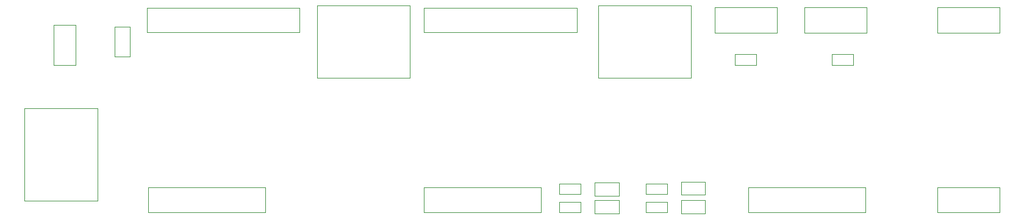
<source format=gbr>
G04 #@! TF.GenerationSoftware,KiCad,Pcbnew,8.0.6*
G04 #@! TF.CreationDate,2024-12-27T11:38:37-05:00*
G04 #@! TF.ProjectId,sdl_breakout,73646c5f-6272-4656-916b-6f75742e6b69,rev?*
G04 #@! TF.SameCoordinates,Original*
G04 #@! TF.FileFunction,Other,User*
%FSLAX46Y46*%
G04 Gerber Fmt 4.6, Leading zero omitted, Abs format (unit mm)*
G04 Created by KiCad (PCBNEW 8.0.6) date 2024-12-27 11:38:37*
%MOMM*%
%LPD*%
G01*
G04 APERTURE LIST*
%ADD10C,0.050000*%
G04 APERTURE END LIST*
D10*
G04 #@! TO.C,U19*
X248624000Y-137254000D02*
X232376000Y-137254000D01*
X248624000Y-133746000D02*
X248624000Y-137254000D01*
X232376000Y-137254000D02*
X232376000Y-133746000D01*
X232376000Y-133746000D02*
X248624000Y-133746000D01*
G04 #@! TO.C,R2*
X206195000Y-135770000D02*
X209155000Y-135770000D01*
X206195000Y-137230000D02*
X206195000Y-135770000D01*
X209155000Y-135770000D02*
X209155000Y-137230000D01*
X209155000Y-137230000D02*
X206195000Y-137230000D01*
G04 #@! TO.C,R1*
X206195000Y-133270000D02*
X209155000Y-133270000D01*
X206195000Y-134730000D02*
X206195000Y-133270000D01*
X209155000Y-133270000D02*
X209155000Y-134730000D01*
X209155000Y-134730000D02*
X206195000Y-134730000D01*
G04 #@! TO.C,R3*
X218195000Y-135770000D02*
X221155000Y-135770000D01*
X218195000Y-137230000D02*
X218195000Y-135770000D01*
X221155000Y-135770000D02*
X221155000Y-137230000D01*
X221155000Y-137230000D02*
X218195000Y-137230000D01*
G04 #@! TO.C,U10*
X187376000Y-133746000D02*
X203624000Y-133746000D01*
X187376000Y-137254000D02*
X187376000Y-133746000D01*
X203624000Y-133746000D02*
X203624000Y-137254000D01*
X203624000Y-137254000D02*
X187376000Y-137254000D01*
G04 #@! TO.C,U21*
X258646000Y-108746000D02*
X267274000Y-108746000D01*
X258646000Y-112254000D02*
X258646000Y-108746000D01*
X267274000Y-108746000D02*
X267274000Y-112254000D01*
X267274000Y-112254000D02*
X258646000Y-112254000D01*
G04 #@! TO.C,R4*
X218195000Y-133270000D02*
X221155000Y-133270000D01*
X218195000Y-134730000D02*
X218195000Y-133270000D01*
X221155000Y-133270000D02*
X221155000Y-134730000D01*
X221155000Y-134730000D02*
X218195000Y-134730000D01*
G04 #@! TO.C,U3*
X131925000Y-122750000D02*
X142075000Y-122750000D01*
X131925000Y-135620000D02*
X131925000Y-122750000D01*
X142075000Y-122750000D02*
X142075000Y-135620000D01*
X142075000Y-135620000D02*
X131925000Y-135620000D01*
G04 #@! TO.C,U22*
X223075000Y-135575000D02*
X226425000Y-135575000D01*
X223075000Y-137425000D02*
X223075000Y-135575000D01*
X226425000Y-135575000D02*
X226425000Y-137425000D01*
X226425000Y-137425000D02*
X223075000Y-137425000D01*
G04 #@! TO.C,U11*
X187399500Y-108809500D02*
X208600500Y-108809500D01*
X187399500Y-112190500D02*
X187399500Y-108809500D01*
X208600500Y-108809500D02*
X208600500Y-112190500D01*
X208600500Y-112190500D02*
X187399500Y-112190500D01*
G04 #@! TO.C,U8*
X170100500Y-112190500D02*
X148899500Y-112190500D01*
X170100500Y-108809500D02*
X170100500Y-112190500D01*
X148899500Y-112190500D02*
X148899500Y-108809500D01*
X148899500Y-108809500D02*
X170100500Y-108809500D01*
G04 #@! TO.C,U16*
X240226000Y-108746000D02*
X248854000Y-108746000D01*
X240226000Y-112254000D02*
X240226000Y-108746000D01*
X248854000Y-108746000D02*
X248854000Y-112254000D01*
X248854000Y-112254000D02*
X240226000Y-112254000D01*
G04 #@! TO.C,U17*
X244020000Y-115270000D02*
X246980000Y-115270000D01*
X244020000Y-116730000D02*
X244020000Y-115270000D01*
X246980000Y-115270000D02*
X246980000Y-116730000D01*
X246980000Y-116730000D02*
X244020000Y-116730000D01*
G04 #@! TO.C,U13*
X227726000Y-108746000D02*
X236354000Y-108746000D01*
X227726000Y-112254000D02*
X227726000Y-108746000D01*
X236354000Y-108746000D02*
X236354000Y-112254000D01*
X236354000Y-112254000D02*
X227726000Y-112254000D01*
G04 #@! TO.C,U20*
X258646000Y-133746000D02*
X267274000Y-133746000D01*
X258646000Y-137254000D02*
X258646000Y-133746000D01*
X267274000Y-133746000D02*
X267274000Y-137254000D01*
X267274000Y-137254000D02*
X258646000Y-137254000D01*
G04 #@! TO.C,U4*
X136000000Y-111210000D02*
X139000000Y-111210000D01*
X136000000Y-116790000D02*
X136000000Y-111210000D01*
X139000000Y-111210000D02*
X139000000Y-116790000D01*
X139000000Y-116790000D02*
X136000000Y-116790000D01*
G04 #@! TO.C,U5*
X211075000Y-133075000D02*
X214425000Y-133075000D01*
X211075000Y-134925000D02*
X211075000Y-133075000D01*
X214425000Y-133075000D02*
X214425000Y-134925000D01*
X214425000Y-134925000D02*
X211075000Y-134925000D01*
G04 #@! TO.C,U2*
X144440000Y-111435000D02*
X146560000Y-111435000D01*
X144440000Y-115565000D02*
X144440000Y-111435000D01*
X146560000Y-111435000D02*
X146560000Y-115565000D01*
X146560000Y-115565000D02*
X144440000Y-115565000D01*
G04 #@! TO.C,U14*
X230520000Y-115270000D02*
X233480000Y-115270000D01*
X230520000Y-116730000D02*
X230520000Y-115270000D01*
X233480000Y-115270000D02*
X233480000Y-116730000D01*
X233480000Y-116730000D02*
X230520000Y-116730000D01*
G04 #@! TO.C,U9*
X211565000Y-108425000D02*
X224435000Y-108425000D01*
X211565000Y-118575000D02*
X211565000Y-108425000D01*
X224435000Y-108425000D02*
X224435000Y-118575000D01*
X224435000Y-118575000D02*
X211565000Y-118575000D01*
G04 #@! TO.C,U6*
X211075000Y-135575000D02*
X214425000Y-135575000D01*
X211075000Y-137425000D02*
X211075000Y-135575000D01*
X214425000Y-135575000D02*
X214425000Y-137425000D01*
X214425000Y-137425000D02*
X211075000Y-137425000D01*
G04 #@! TO.C,U23*
X223075000Y-132975000D02*
X226425000Y-132975000D01*
X223075000Y-134825000D02*
X223075000Y-132975000D01*
X226425000Y-132975000D02*
X226425000Y-134825000D01*
X226425000Y-134825000D02*
X223075000Y-134825000D01*
G04 #@! TO.C,U12*
X172565000Y-108425000D02*
X185435000Y-108425000D01*
X172565000Y-118575000D02*
X172565000Y-108425000D01*
X185435000Y-108425000D02*
X185435000Y-118575000D01*
X185435000Y-118575000D02*
X172565000Y-118575000D01*
G04 #@! TO.C,U7*
X165314000Y-137254000D02*
X149066000Y-137254000D01*
X165314000Y-133746000D02*
X165314000Y-137254000D01*
X149066000Y-137254000D02*
X149066000Y-133746000D01*
X149066000Y-133746000D02*
X165314000Y-133746000D01*
G04 #@! TD*
M02*

</source>
